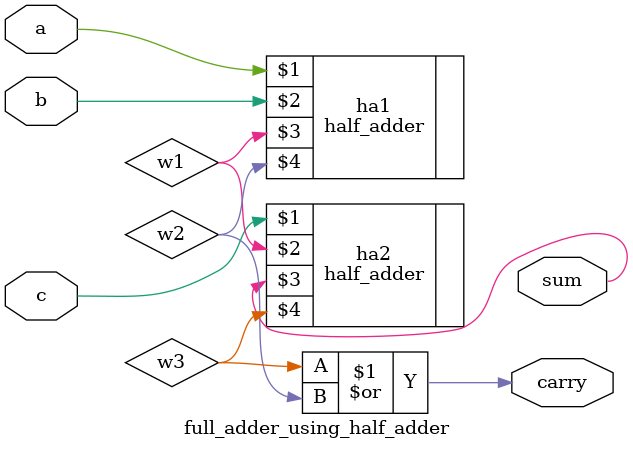
<source format=v>
module full_adder_using_half_adder(a,b,c,sum,carry);
  input a,b,c;
  output wire sum,carry;
  wire w1,w2,w3;
  half_adder ha1(a,b,w1,w2);
  half_adder ha2(c,w1,sum,w3);
  or o1(carry,w3,w2);
endmodule

</source>
